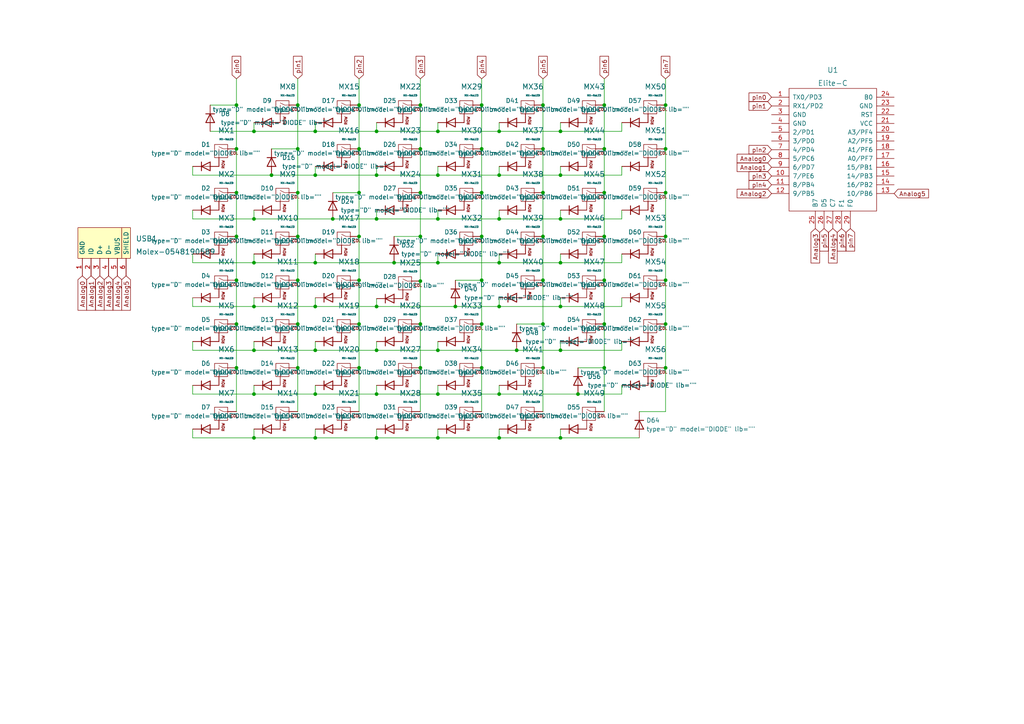
<source format=kicad_sch>
(kicad_sch (version 20211123) (generator eeschema)
  (paper "A4")
  (junction (at 68.58 43.18))
  (junction (at 91.44 127))
  (junction (at 139.7 43.18))
  (junction (at 121.92 68.58))
  (junction (at 121.92 93.98))
  (junction (at 193.04 55.88))
  (junction (at 109.22 88.9))
  (junction (at 109.22 63.5))
  (junction (at 193.04 30.48))
  (junction (at 193.04 93.98))
  (junction (at 139.7 55.88))
  (junction (at 73.66 127))
  (junction (at 157.48 43.18))
  (junction (at 139.7 106.68))
  (junction (at 162.56 127))
  (junction (at 68.58 30.48))
  (junction (at 104.14 55.88))
  (junction (at 162.56 50.8))
  (junction (at 73.66 101.6))
  (junction (at 157.48 106.68))
  (junction (at 91.44 50.8))
  (junction (at 68.58 106.68))
  (junction (at 121.92 43.18))
  (junction (at 109.22 38.1))
  (junction (at 91.44 114.3))
  (junction (at 162.56 63.5))
  (junction (at 144.78 114.3))
  (junction (at 109.22 50.8))
  (junction (at 175.26 81.28))
  (junction (at 127 63.5))
  (junction (at 86.36 93.98))
  (junction (at 139.7 30.48))
  (junction (at 175.26 68.58))
  (junction (at 109.22 101.6))
  (junction (at 121.92 81.534))
  (junction (at 68.58 55.88))
  (junction (at 68.58 81.28))
  (junction (at 127 127))
  (junction (at 127 101.6))
  (junction (at 193.04 106.68))
  (junction (at 73.66 76.2))
  (junction (at 157.48 68.58))
  (junction (at 73.66 88.9))
  (junction (at 121.92 30.48))
  (junction (at 139.7 68.58))
  (junction (at 144.78 88.9))
  (junction (at 162.56 38.1))
  (junction (at 86.36 55.88))
  (junction (at 104.14 81.28))
  (junction (at 162.56 76.2))
  (junction (at 127 114.3))
  (junction (at 157.48 81.28))
  (junction (at 162.56 101.6))
  (junction (at 86.36 81.28))
  (junction (at 157.48 30.48))
  (junction (at 78.74 50.8))
  (junction (at 157.48 55.88))
  (junction (at 91.44 101.6))
  (junction (at 193.04 43.18))
  (junction (at 104.14 93.98))
  (junction (at 127 38.1))
  (junction (at 175.26 93.98))
  (junction (at 104.14 68.58))
  (junction (at 109.22 114.3))
  (junction (at 139.7 93.98))
  (junction (at 144.78 38.1))
  (junction (at 91.44 38.1))
  (junction (at 121.92 106.68))
  (junction (at 144.78 50.8))
  (junction (at 127 76.2))
  (junction (at 91.44 88.9))
  (junction (at 175.26 55.88))
  (junction (at 96.52 63.5))
  (junction (at 73.66 38.1))
  (junction (at 167.64 114.3))
  (junction (at 127 50.8))
  (junction (at 175.26 106.68))
  (junction (at 121.92 55.88))
  (junction (at 86.36 68.58))
  (junction (at 132.08 88.9))
  (junction (at 157.48 93.98))
  (junction (at 139.7 81.28))
  (junction (at 144.78 127))
  (junction (at 73.66 114.3))
  (junction (at 162.56 88.9))
  (junction (at 104.14 30.48))
  (junction (at 91.44 76.2))
  (junction (at 104.14 106.68))
  (junction (at 114.3 76.2))
  (junction (at 86.36 30.48))
  (junction (at 144.78 63.5))
  (junction (at 193.04 81.28))
  (junction (at 109.22 127))
  (junction (at 86.36 43.18))
  (junction (at 144.78 76.2))
  (junction (at 73.66 63.5))
  (junction (at 175.26 43.18))
  (junction (at 175.26 30.48))
  (junction (at 68.58 93.98))
  (junction (at 68.58 68.58))
  (junction (at 104.14 43.18))
  (junction (at 149.86 101.6))
  (junction (at 193.04 68.58))
  (junction (at 86.36 106.68))
  (wire (pts (xy 114.3 68.58) (xy 121.92 68.58)))
  (wire (pts (xy 193.04 106.68) (xy 193.04 119.38)))
  (wire (pts (xy 193.04 55.88) (xy 193.04 68.58)))
  (wire (pts (xy 78.74 50.8) (xy 91.44 50.8)))
  (wire (pts (xy 91.44 76.2) (xy 114.3 76.2)))
  (wire (pts (xy 193.04 68.58) (xy 193.04 81.28)))
  (wire (pts (xy 139.7 43.18) (xy 139.7 55.88)))
  (wire (pts (xy 157.48 93.98) (xy 157.48 106.68)))
  (wire (pts (xy 157.48 81.28) (xy 157.48 93.98)))
  (wire (pts (xy 109.22 38.1) (xy 127 38.1)))
  (wire (pts (xy 144.78 63.5) (xy 162.56 63.5)))
  (wire (pts (xy 109.22 60.96) (xy 109.22 63.5)))
  (wire (pts (xy 144.78 50.8) (xy 162.56 50.8)))
  (wire (pts (xy 68.58 43.18) (xy 68.58 55.88)))
  (wire (pts (xy 55.88 86.36) (xy 55.88 88.9)))
  (wire (pts (xy 157.48 55.88) (xy 157.48 68.58)))
  (wire (pts (xy 180.34 99.06) (xy 180.34 101.6)))
  (wire (pts (xy 162.56 48.26) (xy 162.56 50.8)))
  (wire (pts (xy 157.48 106.68) (xy 157.48 119.38)))
  (wire (pts (xy 104.14 106.68) (xy 104.14 119.38)))
  (wire (pts (xy 55.88 101.6) (xy 73.66 101.6)))
  (wire (pts (xy 175.26 81.28) (xy 175.26 93.98)))
  (wire (pts (xy 121.92 106.68) (xy 121.92 119.38)))
  (wire (pts (xy 139.7 30.48) (xy 139.7 43.18)))
  (wire (pts (xy 162.56 88.9) (xy 180.34 88.9)))
  (wire (pts (xy 55.88 124.46) (xy 55.88 127)))
  (wire (pts (xy 180.34 86.36) (xy 180.34 88.9)))
  (wire (pts (xy 55.88 76.2) (xy 73.66 76.2)))
  (wire (pts (xy 109.22 124.46) (xy 109.22 127)))
  (wire (pts (xy 109.22 101.6) (xy 127 101.6)))
  (wire (pts (xy 91.44 127) (xy 109.22 127)))
  (wire (pts (xy 121.92 43.18) (xy 121.92 55.88)))
  (wire (pts (xy 139.7 22.86) (xy 139.7 30.48)))
  (wire (pts (xy 73.66 111.76) (xy 73.66 114.3)))
  (wire (pts (xy 144.78 48.26) (xy 144.78 50.8)))
  (wire (pts (xy 109.22 48.26) (xy 109.22 50.8)))
  (wire (pts (xy 175.26 55.88) (xy 175.26 68.58)))
  (wire (pts (xy 144.78 60.96) (xy 144.78 63.5)))
  (wire (pts (xy 104.14 30.48) (xy 104.14 43.18)))
  (wire (pts (xy 127 60.96) (xy 127 63.5)))
  (wire (pts (xy 73.66 73.66) (xy 73.66 76.2)))
  (wire (pts (xy 175.26 30.48) (xy 175.26 43.18)))
  (wire (pts (xy 127 99.06) (xy 127 101.6)))
  (wire (pts (xy 68.58 43.18) (xy 68.58 30.48)))
  (wire (pts (xy 162.56 60.96) (xy 162.56 63.5)))
  (wire (pts (xy 144.78 114.3) (xy 167.64 114.3)))
  (wire (pts (xy 114.3 76.2) (xy 127 76.2)))
  (wire (pts (xy 60.96 30.48) (xy 68.58 30.48)))
  (wire (pts (xy 175.26 68.58) (xy 175.26 81.28)))
  (wire (pts (xy 157.48 30.48) (xy 157.48 43.18)))
  (wire (pts (xy 91.44 99.06) (xy 91.44 101.6)))
  (wire (pts (xy 193.04 43.18) (xy 193.04 55.88)))
  (wire (pts (xy 91.44 48.26) (xy 91.44 50.8)))
  (wire (pts (xy 86.36 68.58) (xy 86.36 81.28)))
  (wire (pts (xy 127 111.76) (xy 127 114.3)))
  (wire (pts (xy 73.66 63.5) (xy 96.52 63.5)))
  (wire (pts (xy 162.56 127) (xy 185.42 127)))
  (wire (pts (xy 109.22 50.8) (xy 127 50.8)))
  (wire (pts (xy 162.56 35.56) (xy 162.56 38.1)))
  (wire (pts (xy 162.56 73.66) (xy 162.56 76.2)))
  (wire (pts (xy 73.66 35.56) (xy 73.66 38.1)))
  (wire (pts (xy 127 76.2) (xy 144.78 76.2)))
  (wire (pts (xy 109.22 99.06) (xy 109.22 101.6)))
  (wire (pts (xy 167.64 106.68) (xy 175.26 106.68)))
  (wire (pts (xy 91.44 86.36) (xy 91.44 88.9)))
  (wire (pts (xy 68.58 93.98) (xy 68.58 106.68)))
  (wire (pts (xy 127 73.66) (xy 127 76.2)))
  (wire (pts (xy 104.14 55.88) (xy 104.14 68.58)))
  (wire (pts (xy 139.7 81.28) (xy 139.7 93.98)))
  (wire (pts (xy 121.92 55.88) (xy 121.92 68.58)))
  (wire (pts (xy 104.14 81.28) (xy 104.14 93.98)))
  (wire (pts (xy 144.78 38.1) (xy 162.56 38.1)))
  (wire (pts (xy 180.34 111.76) (xy 180.34 114.3)))
  (wire (pts (xy 104.14 68.58) (xy 104.14 81.28)))
  (wire (pts (xy 157.48 43.18) (xy 157.48 55.88)))
  (wire (pts (xy 109.22 88.9) (xy 132.08 88.9)))
  (wire (pts (xy 96.52 55.88) (xy 104.14 55.88)))
  (wire (pts (xy 185.42 119.38) (xy 193.04 119.38)))
  (wire (pts (xy 180.34 73.66) (xy 180.34 76.2)))
  (wire (pts (xy 175.26 93.98) (xy 175.26 106.68)))
  (wire (pts (xy 73.66 88.9) (xy 91.44 88.9)))
  (wire (pts (xy 162.56 99.06) (xy 162.56 101.6)))
  (wire (pts (xy 68.58 55.88) (xy 68.58 68.58)))
  (wire (pts (xy 68.58 30.48) (xy 68.58 22.86)))
  (wire (pts (xy 68.58 81.28) (xy 68.58 93.98)))
  (wire (pts (xy 55.88 114.3) (xy 73.66 114.3)))
  (wire (pts (xy 121.92 68.58) (xy 121.92 81.534)))
  (wire (pts (xy 127 124.46) (xy 127 127)))
  (wire (pts (xy 96.52 63.5) (xy 109.22 63.5)))
  (wire (pts (xy 193.04 30.48) (xy 193.04 43.18)))
  (wire (pts (xy 162.56 101.6) (xy 180.34 101.6)))
  (wire (pts (xy 149.86 101.6) (xy 162.56 101.6)))
  (wire (pts (xy 139.7 106.68) (xy 139.7 119.38)))
  (wire (pts (xy 104.14 22.86) (xy 104.14 30.48)))
  (wire (pts (xy 144.78 35.56) (xy 144.78 38.1)))
  (wire (pts (xy 121.92 30.48) (xy 121.92 43.18)))
  (wire (pts (xy 86.36 81.28) (xy 86.36 93.98)))
  (wire (pts (xy 73.66 124.46) (xy 73.66 127)))
  (wire (pts (xy 144.78 73.66) (xy 144.78 76.2)))
  (wire (pts (xy 73.66 114.3) (xy 91.44 114.3)))
  (wire (pts (xy 55.88 88.9) (xy 73.66 88.9)))
  (wire (pts (xy 91.44 111.76) (xy 91.44 114.3)))
  (wire (pts (xy 132.08 81.28) (xy 139.7 81.28)))
  (wire (pts (xy 162.56 50.8) (xy 180.34 50.8)))
  (wire (pts (xy 91.44 114.3) (xy 109.22 114.3)))
  (wire (pts (xy 162.56 38.1) (xy 180.34 38.1)))
  (wire (pts (xy 60.96 38.1) (xy 73.66 38.1)))
  (wire (pts (xy 109.22 35.56) (xy 109.22 38.1)))
  (wire (pts (xy 109.22 127) (xy 127 127)))
  (wire (pts (xy 121.92 93.98) (xy 121.92 106.68)))
  (wire (pts (xy 175.26 43.18) (xy 175.26 55.88)))
  (wire (pts (xy 55.88 73.66) (xy 55.88 76.2)))
  (wire (pts (xy 162.56 63.5) (xy 180.34 63.5)))
  (wire (pts (xy 104.14 43.18) (xy 104.14 55.88)))
  (wire (pts (xy 55.88 111.76) (xy 55.88 114.3)))
  (wire (pts (xy 121.92 22.86) (xy 121.92 30.48)))
  (wire (pts (xy 55.88 60.96) (xy 55.88 63.5)))
  (wire (pts (xy 144.78 111.76) (xy 144.78 114.3)))
  (wire (pts (xy 132.08 88.9) (xy 144.78 88.9)))
  (wire (pts (xy 55.88 127) (xy 73.66 127)))
  (wire (pts (xy 68.58 68.58) (xy 68.58 81.28)))
  (wire (pts (xy 86.36 43.18) (xy 86.36 55.88)))
  (wire (pts (xy 127 38.1) (xy 144.78 38.1)))
  (wire (pts (xy 127 101.6) (xy 149.86 101.6)))
  (wire (pts (xy 104.14 93.98) (xy 104.14 106.68)))
  (wire (pts (xy 127 48.26) (xy 127 50.8)))
  (wire (pts (xy 144.78 127) (xy 162.56 127)))
  (wire (pts (xy 121.92 81.534) (xy 121.92 93.98)))
  (wire (pts (xy 73.66 99.06) (xy 73.66 101.6)))
  (wire (pts (xy 91.44 88.9) (xy 109.22 88.9)))
  (wire (pts (xy 73.66 86.36) (xy 73.66 88.9)))
  (wire (pts (xy 68.58 106.68) (xy 68.58 119.38)))
  (wire (pts (xy 144.78 124.46) (xy 144.78 127)))
  (wire (pts (xy 127 127) (xy 144.78 127)))
  (wire (pts (xy 175.26 106.68) (xy 175.26 119.38)))
  (wire (pts (xy 157.48 68.58) (xy 157.48 81.28)))
  (wire (pts (xy 91.44 50.8) (xy 109.22 50.8)))
  (wire (pts (xy 157.48 22.86) (xy 157.48 30.48)))
  (wire (pts (xy 55.88 48.26) (xy 55.88 50.8)))
  (wire (pts (xy 127 50.8) (xy 144.78 50.8)))
  (wire (pts (xy 73.66 127) (xy 91.44 127)))
  (wire (pts (xy 91.44 124.46) (xy 91.44 127)))
  (wire (pts (xy 91.44 35.56) (xy 91.44 38.1)))
  (wire (pts (xy 55.88 50.8) (xy 78.74 50.8)))
  (wire (pts (xy 162.56 86.36) (xy 162.56 88.9)))
  (wire (pts (xy 127 35.56) (xy 127 38.1)))
  (wire (pts (xy 139.7 93.98) (xy 139.7 106.68)))
  (wire (pts (xy 144.78 88.9) (xy 162.56 88.9)))
  (wire (pts (xy 180.34 35.56) (xy 180.34 38.1)))
  (wire (pts (xy 162.56 124.46) (xy 162.56 127)))
  (wire (pts (xy 86.36 22.86) (xy 86.36 30.48)))
  (wire (pts (xy 193.04 22.86) (xy 193.04 30.48)))
  (wire (pts (xy 175.26 22.86) (xy 175.26 30.48)))
  (wire (pts (xy 91.44 38.1) (xy 109.22 38.1)))
  (wire (pts (xy 86.36 30.48) (xy 86.36 43.18)))
  (wire (pts (xy 91.44 73.66) (xy 91.44 76.2)))
  (wire (pts (xy 73.66 38.1) (xy 91.44 38.1)))
  (wire (pts (xy 144.78 86.36) (xy 144.78 88.9)))
  (wire (pts (xy 73.66 60.96) (xy 73.66 63.5)))
  (wire (pts (xy 193.04 81.28) (xy 193.04 93.98)))
  (wire (pts (xy 91.44 101.6) (xy 109.22 101.6)))
  (wire (pts (xy 139.7 55.88) (xy 139.7 68.58)))
  (wire (pts (xy 86.36 93.98) (xy 86.36 106.68)))
  (wire (pts (xy 55.88 99.06) (xy 55.88 101.6)))
  (wire (pts (xy 73.66 101.6) (xy 91.44 101.6)))
  (wire (pts (xy 149.86 93.98) (xy 157.48 93.98)))
  (wire (pts (xy 144.78 76.2) (xy 162.56 76.2)))
  (wire (pts (xy 139.7 68.58) (xy 139.7 81.28)))
  (wire (pts (xy 162.56 76.2) (xy 180.34 76.2)))
  (wire (pts (xy 180.34 60.96) (xy 180.34 63.5)))
  (wire (pts (xy 167.64 114.3) (xy 180.34 114.3)))
  (wire (pts (xy 180.34 48.26) (xy 180.34 50.8)))
  (wire (pts (xy 127 114.3) (xy 144.78 114.3)))
  (wire (pts (xy 86.36 55.88) (xy 86.36 68.58)))
  (wire (pts (xy 109.22 111.76) (xy 109.22 114.3)))
  (wire (pts (xy 109.22 86.614) (xy 109.22 88.9)))
  (wire (pts (xy 78.74 43.18) (xy 86.36 43.18)))
  (wire (pts (xy 86.36 106.68) (xy 86.36 119.38)))
  (wire (pts (xy 109.22 63.5) (xy 127 63.5)))
  (wire (pts (xy 109.22 114.3) (xy 127 114.3)))
  (wire (pts (xy 55.88 63.5) (xy 73.66 63.5)))
  (wire (pts (xy 193.04 93.98) (xy 193.04 106.68)))
  (wire (pts (xy 73.66 76.2) (xy 91.44 76.2)))
  (wire (pts (xy 127 63.5) (xy 144.78 63.5)))
  (global_label "Analog2" (shape input) (at 28.956 80.01 270) (property "Intersheet References" "${INTERSHEET_REFS}" (effects hide)))
  (global_label "Analog4" (shape input) (at 34.036 80.01 270) (property "Intersheet References" "${INTERSHEET_REFS}" (effects hide)))
  (global_label "Analog1" (shape input) (at 26.416 80.01 270) (property "Intersheet References" "${INTERSHEET_REFS}" (effects hide)))
  (global_label "pin1" (shape input) (at 223.774 30.734 180) (property "Intersheet References" "${INTERSHEET_REFS}" (effects hide)))
  (global_label "Analog4" (shape input) (at 241.554 66.294 270) (property "Intersheet References" "${INTERSHEET_REFS}" (effects hide)))
  (global_label "pin2" (shape input) (at 104.14 22.86 90) (property "Intersheet References" "${INTERSHEET_REFS}" (effects hide)))
  (global_label "Analog1" (shape input) (at 223.774 48.514 180) (property "Intersheet References" "${INTERSHEET_REFS}" (effects hide)))
  (global_label "pin0" (shape input) (at 68.58 22.86 90) (property "Intersheet References" "${INTERSHEET_REFS}" (effects hide)))
  (global_label "pin3" (shape input) (at 223.774 51.054 180) (property "Intersheet References" "${INTERSHEET_REFS}" (effects hide)))
  (global_label "Analog0" (shape input) (at 23.876 80.01 270) (property "Intersheet References" "${INTERSHEET_REFS}" (effects hide)))
  (global_label "Analog2" (shape input) (at 223.774 56.134 180) (property "Intersheet References" "${INTERSHEET_REFS}" (effects hide)))
  (global_label "Analog3" (shape input) (at 31.496 80.01 270) (property "Intersheet References" "${INTERSHEET_REFS}" (effects hide)))
  (global_label "pin5" (shape input) (at 239.014 66.294 270) (property "Intersheet References" "${INTERSHEET_REFS}" (effects hide)))
  (global_label "Analog3" (shape input) (at 236.474 66.294 270) (property "Intersheet References" "${INTERSHEET_REFS}" (effects hide)))
  (global_label "Analog0" (shape input) (at 223.774 45.974 180) (property "Intersheet References" "${INTERSHEET_REFS}" (effects hide)))
  (global_label "pin3" (shape input) (at 121.92 22.86 90) (property "Intersheet References" "${INTERSHEET_REFS}" (effects hide)))
  (global_label "pin1" (shape input) (at 86.36 22.86 90) (property "Intersheet References" "${INTERSHEET_REFS}" (effects hide)))
  (global_label "pin2" (shape input) (at 223.774 43.434 180) (property "Intersheet References" "${INTERSHEET_REFS}" (effects hide)))
  (global_label "pin7" (shape input) (at 246.634 66.294 270) (property "Intersheet References" "${INTERSHEET_REFS}" (effects hide)))
  (global_label "pin7" (shape input) (at 193.04 22.86 90) (property "Intersheet References" "${INTERSHEET_REFS}" (effects hide)))
  (global_label "pin6" (shape input) (at 175.26 22.86 90) (property "Intersheet References" "${INTERSHEET_REFS}" (effects hide)))
  (global_label "pin4" (shape input) (at 139.7 22.86 90) (property "Intersheet References" "${INTERSHEET_REFS}" (effects hide)))
  (global_label "Analog5" (shape input) (at 36.576 80.01 270) (property "Intersheet References" "${INTERSHEET_REFS}" (effects hide)))
  (global_label "pin4" (shape input) (at 223.774 53.594 180) (property "Intersheet References" "${INTERSHEET_REFS}" (effects hide)))
  (global_label "pin5" (shape input) (at 157.48 22.86 90) (property "Intersheet References" "${INTERSHEET_REFS}" (effects hide)))
  (global_label "pin6" (shape input) (at 244.094 66.294 270) (property "Intersheet References" "${INTERSHEET_REFS}" (effects hide)))
  (global_label "pin0" (shape input) (at 223.774 28.194 180) (property "Intersheet References" "${INTERSHEET_REFS}" (effects hide)))
  (global_label "Analog5" (shape input) (at 259.334 56.134 0) (property "Intersheet References" "${INTERSHEET_REFS}" (effects hide)))
  (symbol (lib_id "MX_Alps_Hybrid:MX-NoLED") (at 135.89 57.15 0) (unit 1)
    (property "Reference" "MX31" (at 136.7756 50.546 0) (effects (font (size 1.524 1.524))))
    (property "Value" "MX-NoLED" (at 136.7756 53.086 0) (effects (font (size 0.508 0.508))))
    (property "Footprint" "Keebio-Parts:Triple-Dual-1u-NoLED" (effects hide))
  )
  (symbol (lib_id "MX_Alps_Hybrid:MX-NoLED") (at 64.77 95.25 0) (unit 1)
    (property "Reference" "MX5" (at 65.6556 88.646 0) (effects (font (size 1.524 1.524))))
    (property "Value" "MX-NoLED" (at 65.6556 91.186 0) (effects (font (size 0.508 0.508))))
    (property "Footprint" "Keebio-Parts:Triple-Dual-1u-NoLED" (effects hide))
  )
  (symbol (lib_id "Simulation_SPICE:DIODE") (at 148.59 48.26 180) (unit 1)
    (property "Reference" "D42" (at 148.59 41.91 0))
    (property "Value" "DIODE" (at 148.59 44.45 0))
    (property "Footprint" "Keebio-Parts:Diode-Hybrid-Back" (effects hide))
    (property "Spice_Netlist_Enabled" "Y" (effects hide))
    (property "Spice_Primitive" "D" (effects hide))
  )
  (symbol (lib_id "Simulation_SPICE:DIODE") (at 95.25 99.06 180) (unit 1)
    (property "Reference" "D21" (at 95.25 92.71 0))
    (property "Value" "DIODE" (at 95.25 95.25 0))
    (property "Footprint" "Keebio-Parts:Diode-Hybrid-Back" (effects hide))
    (property "Spice_Netlist_Enabled" "Y" (effects hide))
    (property "Spice_Primitive" "D" (effects hide))
  )
  (symbol (lib_id "MX_Alps_Hybrid:MX-NoLED") (at 64.77 57.15 0) (unit 1)
    (property "Reference" "MX2" (at 65.6556 50.546 0) (effects (font (size 1.524 1.524))))
    (property "Value" "MX-NoLED" (at 65.6556 53.086 0) (effects (font (size 0.508 0.508))))
    (property "Footprint" "Keebio-Parts:Triple-Dual-1u-NoLED" (effects hide))
  )
  (symbol (lib_id "Simulation_SPICE:DIODE") (at 130.81 124.46 180) (unit 1)
    (property "Reference" "D39" (at 130.81 118.11 0))
    (property "Value" "DIODE" (at 130.81 120.65 0))
    (property "Footprint" "Keebio-Parts:Diode-Hybrid-Back" (effects hide))
    (property "Spice_Netlist_Enabled" "Y" (effects hide))
    (property "Spice_Primitive" "D" (effects hide))
  )
  (symbol (lib_id "Simulation_SPICE:DIODE") (at 96.52 59.69 90) (unit 1)
    (property "Reference" "D24" (at 98.806 58.4199 90) (effects (justify right)))
    (property "Value" "DIODE" (at 98.806 60.9599 90) (effects (justify right)))
    (property "Footprint" "Keebio-Parts:Diode-Hybrid-Back" (effects hide))
    (property "Spice_Netlist_Enabled" "Y" (effects hide))
    (property "Spice_Primitive" "D" (effects hide))
  )
  (symbol (lib_id "Simulation_SPICE:DIODE") (at 77.47 111.76 180) (unit 1)
    (property "Reference" "D14" (at 77.47 105.41 0))
    (property "Value" "DIODE" (at 77.47 107.95 0))
    (property "Footprint" "Keebio-Parts:Diode-Hybrid-Back" (effects hide))
    (property "Spice_Netlist_Enabled" "Y" (effects hide))
    (property "Spice_Primitive" "D" (effects hide))
  )
  (symbol (lib_id "Simulation_SPICE:DIODE") (at 130.81 48.26 180) (unit 1)
    (property "Reference" "D34" (at 130.81 41.91 0))
    (property "Value" "DIODE" (at 130.81 44.45 0))
    (property "Footprint" "Keebio-Parts:Diode-Hybrid-Back" (effects hide))
    (property "Spice_Netlist_Enabled" "Y" (effects hide))
    (property "Spice_Primitive" "D" (effects hide))
  )
  (symbol (lib_id "Simulation_SPICE:DIODE") (at 130.81 60.96 180) (unit 1)
    (property "Reference" "D35" (at 130.81 54.61 0))
    (property "Value" "DIODE" (at 130.81 57.15 0))
    (property "Footprint" "Keebio-Parts:Diode-Hybrid-Back" (effects hide))
    (property "Spice_Netlist_Enabled" "Y" (effects hide))
    (property "Spice_Primitive" "D" (effects hide))
  )
  (symbol (lib_id "Simulation_SPICE:DIODE") (at 77.47 99.06 180) (unit 1)
    (property "Reference" "D13" (at 77.47 92.71 0))
    (property "Value" "DIODE" (at 77.47 95.25 0))
    (property "Footprint" "Keebio-Parts:Diode-Hybrid-Back" (effects hide))
    (property "Spice_Netlist_Enabled" "Y" (effects hide))
    (property "Spice_Primitive" "D" (effects hide))
  )
  (symbol (lib_id "Simulation_SPICE:DIODE") (at 166.37 124.46 180) (unit 1)
    (property "Reference" "D55" (at 166.37 118.11 0))
    (property "Value" "DIODE" (at 166.37 120.65 0))
    (property "Footprint" "Keebio-Parts:Diode-Hybrid-Back" (effects hide))
    (property "Spice_Netlist_Enabled" "Y" (effects hide))
    (property "Spice_Primitive" "D" (effects hide))
  )
  (symbol (lib_id "MX_Alps_Hybrid:MX-NoLED") (at 135.89 107.95 0) (unit 1)
    (property "Reference" "MX34" (at 136.7756 101.346 0) (effects (font (size 1.524 1.524))))
    (property "Value" "MX-NoLED" (at 136.7756 103.886 0) (effects (font (size 0.508 0.508))))
    (property "Footprint" "Keebio-Parts:Triple-Dual-1u-NoLED" (effects hide))
  )
  (symbol (lib_id "Simulation_SPICE:DIODE") (at 113.03 60.96 180) (unit 1)
    (property "Reference" "D27" (at 113.03 54.61 0))
    (property "Value" "DIODE" (at 113.03 57.15 0))
    (property "Footprint" "Keebio-Parts:Diode-Hybrid-Back" (effects hide))
    (property "Spice_Netlist_Enabled" "Y" (effects hide))
    (property "Spice_Primitive" "D" (effects hide))
  )
  (symbol (lib_id "MX_Alps_Hybrid:MX-NoLED") (at 100.33 69.85 0) (unit 1)
    (property "Reference" "MX17" (at 101.2156 63.246 0) (effects (font (size 1.524 1.524))))
    (property "Value" "MX-NoLED" (at 101.2156 65.786 0) (effects (font (size 0.508 0.508))))
    (property "Footprint" "Keebio-Parts:Triple-Dual-1u-NoLED" (effects hide))
  )
  (symbol (lib_id "MX_Alps_Hybrid:MX-NoLED") (at 135.89 120.65 0) (unit 1)
    (property "Reference" "MX35" (at 136.7756 114.046 0) (effects (font (size 1.524 1.524))))
    (property "Value" "MX-NoLED" (at 136.7756 116.586 0) (effects (font (size 0.508 0.508))))
    (property "Footprint" "Keebio-Parts:Triple-Dual-1u-NoLED" (effects hide))
  )
  (symbol (lib_id "Simulation_SPICE:DIODE") (at 113.03 48.26 180) (unit 1)
    (property "Reference" "D26" (at 113.03 41.91 0))
    (property "Value" "DIODE" (at 113.03 44.45 0))
    (property "Footprint" "Keebio-Parts:Diode-Hybrid-Back" (effects hide))
    (property "Spice_Netlist_Enabled" "Y" (effects hide))
    (property "Spice_Primitive" "D" (effects hide))
  )
  (symbol (lib_id "MX_Alps_Hybrid:MX-NoLED") (at 135.89 31.75 0) (unit 1)
    (property "Reference" "MX29" (at 136.7756 25.146 0) (effects (font (size 1.524 1.524))))
    (property "Value" "MX-NoLED" (at 136.7756 27.686 0) (effects (font (size 0.508 0.508))))
    (property "Footprint" "Keebio-Parts:Triple-Dual-1u-NoLED" (effects hide))
  )
  (symbol (lib_id "Simulation_SPICE:DIODE") (at 113.03 124.46 180) (unit 1)
    (property "Reference" "D31" (at 113.03 118.11 0))
    (property "Value" "DIODE" (at 113.03 120.65 0))
    (property "Footprint" "Keebio-Parts:Diode-Hybrid-Back" (effects hide))
    (property "Spice_Netlist_Enabled" "Y" (effects hide))
    (property "Spice_Primitive" "D" (effects hide))
  )
  (symbol (lib_id "MX_Alps_Hybrid:MX-NoLED") (at 118.11 82.804 0) (unit 1)
    (property "Reference" "MX25" (at 118.9956 76.2 0) (effects (font (size 1.524 1.524))))
    (property "Value" "MX-NoLED" (at 118.9956 78.74 0) (effects (font (size 0.508 0.508))))
    (property "Footprint" "Keebio-Parts:Triple-Dual-1u-NoLED" (effects hide))
  )
  (symbol (lib_id "MX_Alps_Hybrid:MX-NoLED") (at 118.11 107.95 0) (unit 1)
    (property "Reference" "MX27" (at 118.9956 101.346 0) (effects (font (size 1.524 1.524))))
    (property "Value" "MX-NoLED" (at 118.9956 103.886 0) (effects (font (size 0.508 0.508))))
    (property "Footprint" "Keebio-Parts:Triple-Dual-1u-NoLED" (effects hide))
  )
  (symbol (lib_id "MX_Alps_Hybrid:MX-NoLED") (at 64.77 44.45 0) (unit 1)
    (property "Reference" "MX1" (at 65.6556 37.846 0) (effects (font (size 1.524 1.524))))
    (property "Value" "MX-NoLED" (at 65.6556 40.386 0) (effects (font (size 0.508 0.508))))
    (property "Footprint" "Keebio-Parts:Triple-Dual-1u-NoLED" (effects hide))
  )
  (symbol (lib_id "Simulation_SPICE:DIODE") (at 77.47 60.96 180) (unit 1)
    (property "Reference" "D10" (at 77.47 54.61 0))
    (property "Value" "DIODE" (at 77.47 57.15 0))
    (property "Footprint" "Keebio-Parts:Diode-Hybrid-Back" (effects hide))
    (property "Spice_Netlist_Enabled" "Y" (effects hide))
    (property "Spice_Primitive" "D" (effects hide))
  )
  (symbol (lib_id "MX_Alps_Hybrid:MX-NoLED") (at 153.67 120.65 0) (unit 1)
    (property "Reference" "MX42" (at 154.5556 114.046 0) (effects (font (size 1.524 1.524))))
    (property "Value" "MX-NoLED" (at 154.5556 116.586 0) (effects (font (size 0.508 0.508))))
    (property "Footprint" "Keebio-Parts:Triple-Dual-1u-NoLED" (effects hide))
  )
  (symbol (lib_id "Simulation_SPICE:DIODE") (at 149.86 97.79 90) (unit 1)
    (property "Reference" "D48" (at 152.4 96.5199 90) (effects (justify right)))
    (property "Value" "DIODE" (at 152.4 99.0599 90) (effects (justify right)))
    (property "Footprint" "Keebio-Parts:Diode-Hybrid-Back" (effects hide))
    (property "Spice_Netlist_Enabled" "Y" (effects hide))
    (property "Spice_Primitive" "D" (effects hide))
  )
  (symbol (lib_id "MX_Alps_Hybrid:MX-NoLED") (at 64.77 82.55 0) (unit 1)
    (property "Reference" "MX4" (at 65.6556 75.946 0) (effects (font (size 1.524 1.524))))
    (property "Value" "MX-NoLED" (at 65.6556 78.486 0) (effects (font (size 0.508 0.508))))
    (property "Footprint" "Keebio-Parts:Triple-Dual-1u-NoLED" (effects hide))
  )
  (symbol (lib_id "Simulation_SPICE:DIODE") (at 166.37 86.36 180) (unit 1)
    (property "Reference" "D53" (at 166.37 80.01 0))
    (property "Value" "DIODE" (at 166.37 82.55 0))
    (property "Footprint" "Keebio-Parts:Diode-Hybrid-Back" (effects hide))
    (property "Spice_Netlist_Enabled" "Y" (effects hide))
    (property "Spice_Primitive" "D" (effects hide))
  )
  (symbol (lib_id "Simulation_SPICE:DIODE") (at 167.64 110.49 90) (unit 1)
    (property "Reference" "D56" (at 170.434 109.2199 90) (effects (justify right)))
    (property "Value" "DIODE" (at 170.434 111.7599 90) (effects (justify right)))
    (property "Footprint" "Keebio-Parts:Diode-Hybrid-Back" (effects hide))
    (property "Spice_Netlist_Enabled" "Y" (effects hide))
    (property "Spice_Primitive" "D" (effects hide))
  )
  (symbol (lib_id "MX_Alps_Hybrid:MX-NoLED") (at 118.11 120.65 0) (unit 1)
    (property "Reference" "MX28" (at 118.9956 114.046 0) (effects (font (size 1.524 1.524))))
    (property "Value" "MX-NoLED" (at 118.9956 116.586 0) (effects (font (size 0.508 0.508))))
    (property "Footprint" "Keebio-Parts:Triple-Dual-1u-NoLED" (effects hide))
  )
  (symbol (lib_id "Simulation_SPICE:DIODE") (at 59.69 111.76 180) (unit 1)
    (property "Reference" "D6" (at 59.69 105.41 0))
    (property "Value" "DIODE" (at 59.69 107.95 0))
    (property "Footprint" "Keebio-Parts:Diode-Hybrid-Back" (effects hide))
    (property "Spice_Netlist_Enabled" "Y" (effects hide))
    (property "Spice_Primitive" "D" (effects hide))
  )
  (symbol (lib_id "MX_Alps_Hybrid:MX-NoLED") (at 82.55 120.65 0) (unit 1)
    (property "Reference" "MX14" (at 83.4356 114.046 0) (effects (font (size 1.524 1.524))))
    (property "Value" "MX-NoLED" (at 83.4356 116.586 0) (effects (font (size 0.508 0.508))))
    (property "Footprint" "Keebio-Parts:Triple-Dual-1u-NoLED" (effects hide))
  )
  (symbol (lib_id "MX_Alps_Hybrid:MX-NoLED") (at 64.77 69.85 0) (unit 1)
    (property "Reference" "MX3" (at 65.6556 63.246 0) (effects (font (size 1.524 1.524))))
    (property "Value" "MX-NoLED" (at 65.6556 65.786 0) (effects (font (size 0.508 0.508))))
    (property "Footprint" "Keebio-Parts:Triple-Dual-1u-NoLED" (effects hide))
  )
  (symbol (lib_id "Simulation_SPICE:DIODE") (at 77.47 73.66 180) (unit 1)
    (property "Reference" "D11" (at 77.47 67.31 0))
    (property "Value" "DIODE" (at 77.47 69.85 0))
    (property "Footprint" "Keebio-Parts:Diode-Hybrid-Back" (effects hide))
    (property "Spice_Netlist_Enabled" "Y" (effects hide))
    (property "Spice_Primitive" "D" (effects hide))
  )
  (symbol (lib_id "MX_Alps_Hybrid:MX-NoLED") (at 171.45 57.15 0) (unit 1)
    (property "Reference" "MX45" (at 172.3356 50.546 0) (effects (font (size 1.524 1.524))))
    (property "Value" "MX-NoLED" (at 172.3356 53.086 0) (effects (font (size 0.508 0.508))))
    (property "Footprint" "Keebio-Parts:Triple-Dual-1u-NoLED" (effects hide))
  )
  (symbol (lib_id "MX_Alps_Hybrid:MX-NoLED") (at 100.33 31.75 0) (unit 1)
    (property "Reference" "MX15" (at 101.2156 25.146 0) (effects (font (size 1.524 1.524))))
    (property "Value" "MX-NoLED" (at 101.2156 27.686 0) (effects (font (size 0.508 0.508))))
    (property "Footprint" "Keebio-Parts:Triple-Dual-1u-NoLED" (effects hide))
  )
  (symbol (lib_id "MX_Alps_Hybrid:MX-NoLED") (at 171.45 82.55 0) (unit 1)
    (property "Reference" "MX47" (at 172.3356 75.946 0) (effects (font (size 1.524 1.524))))
    (property "Value" "MX-NoLED" (at 172.3356 78.486 0) (effects (font (size 0.508 0.508))))
    (property "Footprint" "Keebio-Parts:Triple-Dual-1u-NoLED" (effects hide))
  )
  (symbol (lib_id "MX_Alps_Hybrid:MX-NoLED") (at 82.55 31.75 0) (unit 1)
    (property "Reference" "MX8" (at 83.4356 25.146 0) (effects (font (size 1.524 1.524))))
    (property "Value" "MX-NoLED" (at 83.4356 27.686 0) (effects (font (size 0.508 0.508))))
    (property "Footprint" "Keebio-Parts:Triple-Dual-1u-NoLED" (effects hide))
  )
  (symbol (lib_id "MX_Alps_Hybrid:MX-NoLED") (at 189.23 107.95 0) (unit 1)
    (property "Reference" "MX56" (at 190.1156 101.346 0) (effects (font (size 1.524 1.524))))
    (property "Value" "MX-NoLED" (at 190.1156 103.886 0) (effects (font (size 0.508 0.508))))
    (property "Footprint" "Keebio-Parts:Triple-Dual-1u-NoLED" (effects hide))
  )
  (symbol (lib_id "Simulation_SPICE:DIODE") (at 77.47 124.46 180) (unit 1)
    (property "Reference" "D15" (at 77.47 118.11 0))
    (property "Value" "DIODE" (at 77.47 120.65 0))
    (property "Footprint" "Keebio-Parts:Diode-Hybrid-Back" (effects hide))
    (property "Spice_Netlist_Enabled" "Y" (effects hide))
    (property "Spice_Primitive" "D" (effects hide))
  )
  (symbol (lib_id "Simulation_SPICE:DIODE") (at 78.74 46.99 90) (unit 1)
    (property "Reference" "D16" (at 81.788 45.7199 90) (effects (justify right)))
    (property "Value" "DIODE" (at 81.788 48.2599 90) (effects (justify right)))
    (property "Footprint" "Keebio-Parts:Diode-Hybrid-Back" (effects hide))
    (property "Spice_Netlist_Enabled" "Y" (effects hide))
    (property "Spice_Primitive" "D" (effects hide))
  )
  (symbol (lib_id "MX_Alps_Hybrid:MX-NoLED") (at 189.23 44.45 0) (unit 1)
    (property "Reference" "MX51" (at 190.1156 37.846 0) (effects (font (size 1.524 1.524))))
    (property "Value" "MX-NoLED" (at 190.1156 40.386 0) (effects (font (size 0.508 0.508))))
    (property "Footprint" "Keebio-Parts:Triple-Dual-1u-NoLED" (effects hide))
  )
  (symbol (lib_id "MX_Alps_Hybrid:MX-NoLED") (at 189.23 82.55 0) (unit 1)
    (property "Reference" "MX54" (at 190.1156 75.946 0) (effects (font (size 1.524 1.524))))
    (property "Value" "MX-NoLED" (at 190.1156 78.486 0) (effects (font (size 0.508 0.508))))
    (property "Footprint" "Keebio-Parts:Triple-Dual-1u-NoLED" (effects hide))
  )
  (symbol (lib_id "Simulation_SPICE:DIODE") (at 59.69 124.46 180) (unit 1)
    (property "Reference" "D7" (at 59.69 118.11 0))
    (property "Value" "DIODE" (at 59.69 120.65 0))
    (property "Footprint" "Keebio-Parts:Diode-Hybrid-Back" (effects hide))
    (property "Spice_Netlist_Enabled" "Y" (effects hide))
    (property "Spice_Primitive" "D" (effects hide))
  )
  (symbol (lib_id "MX_Alps_Hybrid:MX-NoLED") (at 153.67 31.75 0) (unit 1)
    (property "Reference" "MX36" (at 154.5556 25.146 0) (effects (font (size 1.524 1.524))))
    (property "Value" "MX-NoLED" (at 154.5556 27.686 0) (effects (font (size 0.508 0.508))))
    (property "Footprint" "Keebio-Parts:Triple-Dual-1u-NoLED" (effects hide))
  )
  (symbol (lib_id "Simulation_SPICE:DIODE") (at 77.47 86.36 180) (unit 1)
    (property "Reference" "D12" (at 77.47 80.01 0))
    (property "Value" "DIODE" (at 77.47 82.55 0))
    (property "Footprint" "Keebio-Parts:Diode-Hybrid-Back" (effects hide))
    (property "Spice_Netlist_Enabled" "Y" (effects hide))
    (property "Spice_Primitive" "D" (effects hide))
  )
  (symbol (lib_id "keebio:Elite-C") (at 241.554 42.164 0) (unit 1)
    (property "Reference" "U1" (at 241.554 20.32 0) (effects (font (size 1.524 1.524))))
    (property "Value" "Elite-C" (at 241.554 24.13 0) (effects (font (size 1.524 1.524))))
    (property "Footprint" "Keebio-Parts:Elite-C" (effects hide))
  )
  (symbol (lib_id "Simulation_SPICE:DIODE") (at 184.15 35.56 180) (unit 1)
    (property "Reference" "D57" (at 184.15 29.21 0))
    (property "Value" "DIODE" (at 184.15 31.75 0))
    (property "Footprint" "Keebio-Parts:Diode-Hybrid-Back" (effects hide))
    (property "Spice_Netlist_Enabled" "Y" (effects hide))
    (property "Spice_Primitive" "D" (effects hide))
  )
  (symbol (lib_id "Simulation_SPICE:DIODE") (at 95.25 124.46 180) (unit 1)
    (property "Reference" "D23" (at 95.25 118.11 0))
    (property "Value" "DIODE" (at 95.25 120.65 0))
    (property "Footprint" "Keebio-Parts:Diode-Hybrid-Back" (effects hide))
    (property "Spice_Netlist_Enabled" "Y" (effects hide))
    (property "Spice_Primitive" "D" (effects hide))
  )
  (symbol (lib_id "random-keyboard-parts:Molex-0548190589") (at 28.956 72.39 0) (unit 1)
    (property "Reference" "USB1" (at 39.37 69.215 0) (effects (font (size 1.524 1.524)) (justify left)))
    (property "Value" "Molex-0548190589" (at 39.37 73.025 0) (effects (font (size 1.524 1.524)) (justify left)))
    (property "Footprint" "Keebio-Parts:Header-6-Pin-ZigZag-AnalogBreakout" (effects hide))
  )
  (symbol (lib_id "Simulation_SPICE:DIODE") (at 130.81 99.06 180) (unit 1)
    (property "Reference" "D37" (at 130.81 92.71 0))
    (property "Value" "DIODE" (at 130.81 95.25 0))
    (property "Footprint" "Keebio-Parts:Diode-Hybrid-Back" (effects hide))
    (property "Spice_Netlist_Enabled" "Y" (effects hide))
    (property "Spice_Primitive" "D" (effects hide))
  )
  (symbol (lib_id "Simulation_SPICE:DIODE") (at 60.96 34.29 90) (unit 1)
    (property "Reference" "D8" (at 64.008 33.0199 90) (effects (justify right)))
    (property "Value" "DIODE" (at 64.008 35.5599 90) (effects (justify right)))
    (property "Footprint" "Keebio-Parts:Diode-Hybrid-Back" (effects hide))
    (property "Spice_Netlist_Enabled" "Y" (effects hide))
    (property "Spice_Primitive" "D" (effects hide))
  )
  (symbol (lib_id "MX_Alps_Hybrid:MX-NoLED") (at 64.77 120.65 0) (unit 1)
    (property "Reference" "MX7" (at 65.6556 114.046 0) (effects (font (size 1.524 1.524))))
    (property "Value" "MX-NoLED" (at 65.6556 116.586 0) (effects (font (size 0.508 0.508))))
    (property "Footprint" "Keebio-Parts:Triple-Dual-1u-NoLED" (effects hide))
  )
  (symbol (lib_id "MX_Alps_Hybrid:MX-NoLED") (at 100.33 82.55 0) (unit 1)
    (property "Reference" "MX18" (at 101.2156 75.946 0) (effects (font (size 1.524 1.524))))
    (property "Value" "MX-NoLED" (at 101.2156 78.486 0) (effects (font (size 0.508 0.508))))
    (property "Footprint" "Keebio-Parts:Triple-Dual-1u-NoLED" (effects hide))
  )
  (symbol (lib_id "MX_Alps_Hybrid:MX-NoLED") (at 189.23 95.25 0) (unit 1)
    (property "Reference" "MX55" (at 190.1156 88.646 0) (effects (font (size 1.524 1.524))))
    (property "Value" "MX-NoLED" (at 190.1156 91.186 0) (effects (font (size 0.508 0.508))))
    (property "Footprint" "Keebio-Parts:Triple-Dual-1u-NoLED" (effects hide))
  )
  (symbol (lib_id "MX_Alps_Hybrid:MX-NoLED") (at 189.23 57.15 0) (unit 1)
    (property "Reference" "MX52" (at 190.1156 50.546 0) (effects (font (size 1.524 1.524))))
    (property "Value" "MX-NoLED" (at 190.1156 53.086 0) (effects (font (size 0.508 0.508))))
    (property "Footprint" "Keebio-Parts:Triple-Dual-1u-NoLED" (effects hide))
  )
  (symbol (lib_id "MX_Alps_Hybrid:MX-NoLED") (at 82.55 57.15 0) (unit 1)
    (property "Reference" "MX9" (at 83.4356 50.546 0) (effects (font (size 1.524 1.524))))
    (property "Value" "MX-NoLED" (at 83.4356 53.086 0) (effects (font (size 0.508 0.508))))
    (property "Footprint" "Keebio-Parts:Triple-Dual-1u-NoLED" (effects hide))
  )
  (symbol (lib_id "MX_Alps_Hybrid:MX-NoLED") (at 153.67 57.15 0) (unit 1)
    (property "Reference" "MX38" (at 154.5556 50.546 0) (effects (font (size 1.524 1.524))))
    (property "Value" "MX-NoLED" (at 154.5556 53.086 0) (effects (font (size 0.508 0.508))))
    (property "Footprint" "Keebio-Parts:Triple-Dual-1u-NoLED" (effects hide))
  )
  (symbol (lib_id "MX_Alps_Hybrid:MX-NoLED") (at 171.45 69.85 0) (unit 1)
    (property "Reference" "MX46" (at 172.3356 63.246 0) (effects (font (size 1.524 1.524))))
    (property "Value" "MX-NoLED" (at 172.3356 65.786 0) (effects (font (size 0.508 0.508))))
    (property "Footprint" "Keebio-Parts:Triple-Dual-1u-NoLED" (effects hide))
  )
  (symbol (lib_id "Simulation_SPICE:DIODE") (at 184.15 86.36 180) (unit 1)
    (property "Reference" "D61" (at 184.15 80.01 0))
    (property "Value" "DIODE" (at 184.15 82.55 0))
    (property "Footprint" "Keebio-Parts:Diode-Hybrid-Back" (effects hide))
    (property "Spice_Netlist_Enabled" "Y" (effects hide))
    (property "Spice_Primitive" "D" (effects hide))
  )
  (symbol (lib_id "MX_Alps_Hybrid:MX-NoLED") (at 135.89 95.25 0) (unit 1)
    (property "Reference" "MX33" (at 136.7756 88.646 0) (effects (font (size 1.524 1.524))))
    (property "Value" "MX-NoLED" (at 136.7756 91.186 0) (effects (font (size 0.508 0.508))))
    (property "Footprint" "Keebio-Parts:Triple-Dual-1u-NoLED" (effects hide))
  )
  (symbol (lib_id "MX_Alps_Hybrid:MX-NoLED") (at 153.67 107.95 0) (unit 1)
    (property "Reference" "MX41" (at 154.5556 101.346 0) (effects (font (size 1.524 1.524))))
    (property "Value" "MX-NoLED" (at 154.5556 103.886 0) (effects (font (size 0.508 0.508))))
    (property "Footprint" "Keebio-Parts:Triple-Dual-1u-NoLED" (effects hide))
  )
  (symbol (lib_id "MX_Alps_Hybrid:MX-NoLED") (at 135.89 69.85 0) (unit 1)
    (property "Reference" "MX32" (at 136.7756 63.246 0) (effects (font (size 1.524 1.524))))
    (property "Value" "MX-NoLED" (at 136.7756 65.786 0) (effects (font (size 0.508 0.508))))
    (property "Footprint" "Keebio-Parts:Triple-Dual-1u-NoLED" (effects hide))
  )
  (symbol (lib_id "MX_Alps_Hybrid:MX-NoLED") (at 100.33 107.95 0) (unit 1)
    (property "Reference" "MX20" (at 101.2156 101.346 0) (effects (font (size 1.524 1.524))))
    (property "Value" "MX-NoLED" (at 101.2156 103.886 0) (effects (font (size 0.508 0.508))))
    (property "Footprint" "Keebio-Parts:Triple-Dual-1u-NoLED" (effects hide))
  )
  (symbol (lib_id "Simulation_SPICE:DIODE") (at 148.59 111.76 180) (unit 1)
    (property "Reference" "D46" (at 148.59 105.41 0))
    (property "Value" "DIODE" (at 148.59 107.95 0))
    (property "Footprint" "Keebio-Parts:Diode-Hybrid-Back" (effects hide))
    (property "Spice_Netlist_Enabled" "Y" (effects hide))
    (property "Spice_Primitive" "D" (effects hide))
  )
  (symbol (lib_id "Simulation_SPICE:DIODE") (at 132.08 85.09 90) (unit 1)
    (property "Reference" "D40" (at 134.62 83.8199 90) (effects (justify right)))
    (property "Value" "DIODE" (at 134.62 86.3599 90) (effects (justify right)))
    (property "Footprint" "Keebio-Parts:Diode-Hybrid-Back" (effects hide))
    (property "Spice_Netlist_Enabled" "Y" (effects hide))
    (property "Spice_Primitive" "D" (effects hide))
  )
  (symbol (lib_id "Simulation_SPICE:DIODE") (at 184.15 48.26 180) (unit 1)
    (property "Reference" "D58" (at 184.15 41.91 0))
    (property "Value" "DIODE" (at 184.15 44.45 0))
    (property "Footprint" "Keebio-Parts:Diode-Hybrid-Back" (effects hide))
    (property "Spice_Netlist_Enabled" "Y" (effects hide))
    (property "Spice_Primitive" "D" (effects hide))
  )
  (symbol (lib_id "Simulation_SPICE:DIODE") (at 59.69 60.96 180) (unit 1)
    (property "Reference" "D2" (at 59.69 54.61 0))
    (property "Value" "DIODE" (at 59.69 57.15 0))
    (property "Footprint" "Keebio-Parts:Diode-Hybrid-Back" (effects hide))
    (property "Spice_Netlist_Enabled" "Y" (effects hide))
    (property "Spice_Primitive" "D" (effects hide))
  )
  (symbol (lib_id "Simulation_SPICE:DIODE") (at 184.15 111.76 180) (unit 1)
    (property "Reference" "D63" (at 184.15 105.41 0))
    (property "Value" "DIODE" (at 184.15 107.95 0))
    (property "Footprint" "Keebio-Parts:Diode-Hybrid-Back" (effects hide))
    (property "Spice_Netlist_Enabled" "Y" (effects hide))
    (property "Spice_Primitive" "D" (effects hide))
  )
  (symbol (lib_id "Simulation_SPICE:DIODE") (at 148.59 73.66 180) (unit 1)
    (property "Reference" "D44" (at 148.59 67.31 0))
    (property "Value" "DIODE" (at 148.59 69.85 0))
    (property "Footprint" "Keebio-Parts:Diode-Hybrid-Back" (effects hide))
    (property "Spice_Netlist_Enabled" "Y" (effects hide))
    (property "Spice_Primitive" "D" (effects hide))
  )
  (symbol (lib_id "Simulation_SPICE:DIODE") (at 59.69 48.26 180) (unit 1)
    (property "Reference" "D1" (at 59.69 41.91 0))
    (property "Value" "DIODE" (at 59.69 44.45 0))
    (property "Footprint" "Keebio-Parts:Diode-Hybrid-Back" (effects hide))
    (property "Spice_Netlist_Enabled" "Y" (effects hide))
    (property "Spice_Primitive" "D" (effects hide))
  )
  (symbol (lib_id "Simulation_SPICE:DIODE") (at 77.47 35.56 180) (unit 1)
    (property "Reference" "D9" (at 77.47 29.21 0))
    (property "Value" "DIODE" (at 77.47 31.75 0))
    (property "Footprint" "Keebio-Parts:Diode-Hybrid-Back" (effects hide))
    (property "Spice_Netlist_Enabled" "Y" (effects hide))
    (property "Spice_Primitive" "D" (effects hide))
  )
  (symbol (lib_id "MX_Alps_Hybrid:MX-NoLED") (at 118.11 57.15 0) (unit 1)
    (property "Reference" "MX24" (at 118.9956 50.546 0) (effects (font (size 1.524 1.524))))
    (property "Value" "MX-NoLED" (at 118.9956 53.086 0) (effects (font (size 0.508 0.508))))
    (property "Footprint" "Keebio-Parts:Triple-Dual-1u-NoLED" (effects hide))
  )
  (symbol (lib_id "Simulation_SPICE:DIODE") (at 113.03 35.56 180) (unit 1)
    (property "Reference" "D25" (at 113.03 29.21 0))
    (property "Value" "DIODE" (at 113.03 31.75 0))
    (property "Footprint" "Keebio-Parts:Diode-Hybrid-Back" (effects hide))
    (property "Spice_Netlist_Enabled" "Y" (effects hide))
    (property "Spice_Primitive" "D" (effects hide))
  )
  (symbol (lib_id "Simulation_SPICE:DIODE") (at 59.69 73.66 180) (unit 1)
    (property "Reference" "D3" (at 59.69 67.31 0))
    (property "Value" "DIODE" (at 59.69 69.85 0))
    (property "Footprint" "Keebio-Parts:Diode-Hybrid-Back" (effects hide))
    (property "Spice_Netlist_Enabled" "Y" (effects hide))
    (property "Spice_Primitive" "D" (effects hide))
  )
  (symbol (lib_id "Simulation_SPICE:DIODE") (at 130.81 73.66 180) (unit 1)
    (property "Reference" "D36" (at 130.81 67.31 0))
    (property "Value" "DIODE" (at 130.81 69.85 0))
    (property "Footprint" "Keebio-Parts:Diode-Hybrid-Back" (effects hide))
    (property "Spice_Netlist_Enabled" "Y" (effects hide))
    (property "Spice_Primitive" "D" (effects hide))
  )
  (symbol (lib_id "MX_Alps_Hybrid:MX-NoLED") (at 118.11 31.75 0) (unit 1)
    (property "Reference" "MX22" (at 118.9956 25.146 0) (effects (font (size 1.524 1.524))))
    (property "Value" "MX-NoLED" (at 118.9956 27.686 0) (effects (font (size 0.508 0.508))))
    (property "Footprint" "Keebio-Parts:Triple-Dual-1u-NoLED" (effects hide))
  )
  (symbol (lib_id "MX_Alps_Hybrid:MX-NoLED") (at 171.45 95.25 0) (unit 1)
    (property "Reference" "MX48" (at 172.3356 88.646 0) (effects (font (size 1.524 1.524))))
    (property "Value" "MX-NoLED" (at 172.3356 91.186 0) (effects (font (size 0.508 0.508))))
    (property "Footprint" "Keebio-Parts:Triple-Dual-1u-NoLED" (effects hide))
  )
  (symbol (lib_id "Simulation_SPICE:DIODE") (at 148.59 35.56 180) (unit 1)
    (property "Reference" "D41" (at 148.59 29.21 0))
    (property "Value" "DIODE" (at 148.59 31.75 0))
    (property "Footprint" "Keebio-Parts:Diode-Hybrid-Back" (effects hide))
    (property "Spice_Netlist_Enabled" "Y" (effects hide))
    (property "Spice_Primitive" "D" (effects hide))
  )
  (symbol (lib_id "Simulation_SPICE:DIODE") (at 113.03 111.76 180) (unit 1)
    (property "Reference" "D30" (at 113.03 105.41 0))
    (property "Value" "DIODE" (at 113.03 107.95 0))
    (property "Footprint" "Keebio-Parts:Diode-Hybrid-Back" (effects hide))
    (property "Spice_Netlist_Enabled" "Y" (effects hide))
    (property "Spice_Primitive" "D" (effects hide))
  )
  (symbol (lib_id "MX_Alps_Hybrid:MX-NoLED") (at 82.55 69.85 0) (unit 1)
    (property "Reference" "MX10" (at 83.4356 63.246 0) (effects (font (size 1.524 1.524))))
    (property "Value" "MX-NoLED" (at 83.4356 65.786 0) (effects (font (size 0.508 0.508))))
    (property "Footprint" "Keebio-Parts:Triple-Dual-1u-NoLED" (effects hide))
  )
  (symbol (lib_id "Simulation_SPICE:DIODE") (at 113.03 99.06 180) (unit 1)
    (property "Reference" "D29" (at 113.03 92.71 0))
    (property "Value" "DIODE" (at 113.03 95.25 0))
    (property "Footprint" "Keebio-Parts:Diode-Hybrid-Back" (effects hide))
    (property "Spice_Netlist_Enabled" "Y" (effects hide))
    (property "Spice_Primitive" "D" (effects hide))
  )
  (symbol (lib_id "MX_Alps_Hybrid:MX-NoLED") (at 153.67 82.55 0) (unit 1)
    (property "Reference" "MX40" (at 154.5556 75.946 0) (effects (font (size 1.524 1.524))))
    (property "Value" "MX-NoLED" (at 154.5556 78.486 0) (effects (font (size 0.508 0.508))))
    (property "Footprint" "Keebio-Parts:Triple-Dual-1u-NoLED" (effects hide))
  )
  (symbol (lib_id "Simulation_SPICE:DIODE") (at 95.25 35.56 180) (unit 1)
    (property "Reference" "D17" (at 95.25 29.21 0))
    (property "Value" "DIODE" (at 95.25 31.75 0))
    (property "Footprint" "Keebio-Parts:Diode-Hybrid-Back" (effects hide))
    (property "Spice_Netlist_Enabled" "Y" (effects hide))
    (property "Spice_Primitive" "D" (effects hide))
  )
  (symbol (lib_id "Simulation_SPICE:DIODE") (at 184.15 73.66 180) (unit 1)
    (property "Reference" "D60" (at 184.15 67.31 0))
    (property "Value" "DIODE" (at 184.15 69.85 0))
    (property "Footprint" "Keebio-Parts:Diode-Hybrid-Back" (effects hide))
    (property "Spice_Netlist_Enabled" "Y" (effects hide))
    (property "Spice_Primitive" "D" (effects hide))
  )
  (symbol (lib_id "Simulation_SPICE:DIODE") (at 59.69 99.06 180) (unit 1)
    (property "Reference" "D5" (at 59.69 92.71 0))
    (property "Value" "DIODE" (at 59.69 95.25 0))
    (property "Footprint" "Keebio-Parts:Diode-Hybrid-Back" (effects hide))
    (property "Spice_Netlist_Enabled" "Y" (effects hide))
    (property "Spice_Primitive" "D" (effects hide))
  )
  (symbol (lib_id "Simulation_SPICE:DIODE") (at 148.59 60.96 180) (unit 1)
    (property "Reference" "D43" (at 148.59 54.61 0))
    (property "Value" "DIODE" (at 148.59 57.15 0))
    (property "Footprint" "Keebio-Parts:Diode-Hybrid-Back" (effects hide))
    (property "Spice_Netlist_Enabled" "Y" (effects hide))
    (property "Spice_Primitive" "D" (effects hide))
  )
  (symbol (lib_id "Simulation_SPICE:DIODE") (at 95.25 86.36 180) (unit 1)
    (property "Reference" "D20" (at 95.25 80.01 0))
    (property "Value" "DIODE" (at 95.25 82.55 0))
    (property "Footprint" "Keebio-Parts:Diode-Hybrid-Back" (effects hide))
    (property "Spice_Netlist_Enabled" "Y" (effects hide))
    (property "Spice_Primitive" "D" (effects hide))
  )
  (symbol (lib_id "Simulation_SPICE:DIODE") (at 59.69 86.36 180) (unit 1)
    (property "Reference" "D4" (at 59.69 80.01 0))
    (property "Value" "DIODE" (at 59.69 82.55 0))
    (property "Footprint" "Keebio-Parts:Diode-Hybrid-Back" (effects hide))
    (property "Spice_Netlist_Enabled" "Y" (effects hide))
    (property "Spice_Primitive" "D" (effects hide))
  )
  (symbol (lib_id "MX_Alps_Hybrid:MX-NoLED") (at 82.55 107.95 0) (unit 1)
    (property "Reference" "MX13" (at 83.4356 101.346 0) (effects (font (size 1.524 1.524))))
    (property "Value" "MX-NoLED" (at 83.4356 103.886 0) (effects (font (size 0.508 0.508))))
    (property "Footprint" "Keebio-Parts:Triple-Dual-1u-NoLED" (effects hide))
  )
  (symbol (lib_id "Simulation_SPICE:DIODE") (at 166.37 99.06 180) (unit 1)
    (property "Reference" "D54" (at 166.37 92.71 0))
    (property "Value" "DIODE" (at 166.37 95.25 0))
    (property "Footprint" "Keebio-Parts:Diode-Hybrid-Back" (effects hide))
    (property "Spice_Netlist_Enabled" "Y" (effects hide))
    (property "Spice_Primitive" "D" (effects hide))
  )
  (symbol (lib_id "Simulation_SPICE:DIODE") (at 114.3 72.39 90) (unit 1)
    (property "Reference" "D32" (at 116.332 71.1199 90) (effects (justify right)))
    (property "Value" "DIODE" (at 116.332 73.6599 90) (effects (justify right)))
    (property "Footprint" "Keebio-Parts:Diode-Hybrid-Back" (effects hide))
    (property "Spice_Netlist_Enabled" "Y" (effects hide))
    (property "Spice_Primitive" "D" (effects hide))
  )
  (symbol (lib_id "Simulation_SPICE:DIODE") (at 148.59 86.36 180) (unit 1)
    (property "Reference" "D45" (at 148.59 80.01 0))
    (property "Value" "DIODE" (at 148.59 82.55 0))
    (property "Footprint" "Keebio-Parts:Diode-Hybrid-Back" (effects hide))
    (property "Spice_Netlist_Enabled" "Y" (effects hide))
    (property "Spice_Primitive" "D" (effects hide))
  )
  (symbol (lib_id "Simulation_SPICE:DIODE") (at 184.15 60.96 180) (unit 1)
    (property "Reference" "D59" (at 184.15 54.61 0))
    (property "Value" "DIODE" (at 184.15 57.15 0))
    (property "Footprint" "Keebio-Parts:Diode-Hybrid-Back" (effects hide))
    (property "Spice_Netlist_Enabled" "Y" (effects hide))
    (property "Spice_Primitive" "D" (effects hide))
  )
  (symbol (lib_id "MX_Alps_Hybrid:MX-NoLED") (at 153.67 44.45 0) (unit 1)
    (property "Reference" "MX37" (at 154.5556 37.846 0) (effects (font (size 1.524 1.524))))
    (property "Value" "MX-NoLED" (at 154.5556 40.386 0) (effects (font (size 0.508 0.508))))
    (property "Footprint" "Keebio-Parts:Triple-Dual-1u-NoLED" (effects hide))
  )
  (symbol (lib_id "Simulation_SPICE:DIODE") (at 166.37 35.56 180) (unit 1)
    (property "Reference" "D49" (at 166.37 29.21 0))
    (property "Value" "DIODE" (at 166.37 31.75 0))
    (property "Footprint" "Keebio-Parts:Diode-Hybrid-Back" (effects hide))
    (property "Spice_Netlist_Enabled" "Y" (effects hide))
    (property "Spice_Primitive" "D" (effects hide))
  )
  (symbol (lib_id "MX_Alps_Hybrid:MX-NoLED") (at 171.45 44.45 0) (unit 1)
    (property "Reference" "MX44" (at 172.3356 37.846 0) (effects (font (size 1.524 1.524))))
    (property "Value" "MX-NoLED" (at 172.3356 40.386 0) (effects (font (size 0.508 0.508))))
    (property "Footprint" "Keebio-Parts:Triple-Dual-1u-NoLED" (effects hide))
  )
  (symbol (lib_id "MX_Alps_Hybrid:MX-NoLED") (at 82.55 82.55 0) (unit 1)
    (property "Reference" "MX11" (at 83.4356 75.946 0) (effects (font (size 1.524 1.524))))
    (property "Value" "MX-NoLED" (at 83.4356 78.486 0) (effects (font (size 0.508 0.508))))
    (property "Footprint" "Keebio-Parts:Triple-Dual-1u-NoLED" (effects hide))
  )
  (symbol (lib_id "Simulation_SPICE:DIODE") (at 184.15 99.06 180) (unit 1)
    (property "Reference" "D62" (at 184.15 92.71 0))
    (property "Value" "DIODE" (at 184.15 95.25 0))
    (property "Footprint" "Keebio-Parts:Diode-Hybrid-Back" (effects hide))
    (property "Spice_Netlist_Enabled" "Y" (effects hide))
    (property "Spice_Primitive" "D" (effects hide))
  )
  (symbol (lib_id "Simulation_SPICE:DIODE") (at 130.81 35.56 180) (unit 1)
    (property "Reference" "D33" (at 130.81 29.21 0))
    (property "Value" "DIODE" (at 130.81 31.75 0))
    (property "Footprint" "Keebio-Parts:Diode-Hybrid-Back" (effects hide))
    (property "Spice_Netlist_Enabled" "Y" (effects hide))
    (property "Spice_Primitive" "D" (effects hide))
  )
  (symbol (lib_id "Simulation_SPICE:DIODE") (at 185.42 123.19 90) (unit 1)
    (property "Reference" "D64" (at 187.452 121.9199 90) (effects (justify right)))
    (property "Value" "DIODE" (at 187.452 124.4599 90) (effects (justify right)))
    (property "Footprint" "Keebio-Parts:Diode-Hybrid-Back" (effects hide))
    (property "Spice_Netlist_Enabled" "Y" (effects hide))
    (property "Spice_Primitive" "D" (effects hide))
  )
  (symbol (lib_id "Simulation_SPICE:DIODE") (at 166.37 73.66 180) (unit 1)
    (property "Reference" "D52" (at 166.37 67.31 0))
    (property "Value" "DIODE" (at 166.37 69.85 0))
    (property "Footprint" "Keebio-Parts:Diode-Hybrid-Back" (effects hide))
    (property "Spice_Netlist_Enabled" "Y" (effects hide))
    (property "Spice_Primitive" "D" (effects hide))
  )
  (symbol (lib_id "MX_Alps_Hybrid:MX-NoLED") (at 82.55 95.25 0) (unit 1)
    (property "Reference" "MX12" (at 83.4356 88.646 0) (effects (font (size 1.524 1.524))))
    (property "Value" "MX-NoLED" (at 83.4356 91.186 0) (effects (font (size 0.508 0.508))))
    (property "Footprint" "Keebio-Parts:Triple-Dual-1u-NoLED" (effects hide))
  )
  (symbol (lib_id "MX_Alps_Hybrid:MX-NoLED") (at 189.23 69.85 0) (unit 1)
    (property "Reference" "MX53" (at 190.1156 63.246 0) (effects (font (size 1.524 1.524))))
    (property "Value" "MX-NoLED" (at 190.1156 65.786 0) (effects (font (size 0.508 0.508))))
    (property "Footprint" "Keebio-Parts:Triple-Dual-1u-NoLED" (effects hide))
  )
  (symbol (lib_id "MX_Alps_Hybrid:MX-NoLED") (at 100.33 44.45 0) (unit 1)
    (property "Reference" "MX16" (at 101.2156 37.846 0) (effects (font (size 1.524 1.524))))
    (property "Value" "MX-NoLED" (at 101.2156 40.386 0) (effects (font (size 0.508 0.508))))
    (property "Footprint" "Keebio-Parts:Triple-Dual-1u-NoLED" (effects hide))
  )
  (symbol (lib_id "MX_Alps_Hybrid:MX-NoLED") (at 100.33 120.65 0) (unit 1)
    (property "Reference" "MX21" (at 101.2156 114.046 0) (effects (font (size 1.524 1.524))))
    (property "Value" "MX-NoLED" (at 101.2156 116.586 0) (effects (font (size 0.508 0.508))))
    (property "Footprint" "Keebio-Parts:Triple-Dual-1u-NoLED" (effects hide))
  )
  (symbol (lib_id "MX_Alps_Hybrid:MX-NoLED") (at 189.23 31.75 0) (unit 1)
    (property "Reference" "MX50" (at 190.1156 25.146 0) (effects (font (size 1.524 1.524))))
    (property "Value" "MX-NoLED" (at 190.1156 27.686 0) (effects (font (size 0.508 0.508))))
    (property "Footprint" "Keebio-Parts:Triple-Dual-1u-NoLED" (effects hide))
  )
  (symbol (lib_id "Simulation_SPICE:DIODE") (at 113.03 86.614 180) (unit 1)
    (property "Reference" "D28" (at 113.03 80.264 0))
    (property "Value" "DIODE" (at 113.03 82.804 0))
    (property "Footprint" "Keebio-Parts:Diode-Hybrid-Back" (effects hide))
    (property "Spice_Netlist_Enabled" "Y" (effects hide))
    (property "Spice_Primitive" "D" (effects hide))
  )
  (symbol (lib_id "MX_Alps_Hybrid:MX-NoLED") (at 118.11 95.25 0) (unit 1)
    (property "Reference" "MX26" (at 118.9956 88.646 0) (effects (font (size 1.524 1.524))))
    (property "Value" "MX-NoLED" (at 118.9956 91.186 0) (effects (font (size 0.508 0.508))))
    (property "Footprint" "Keebio-Parts:Triple-Dual-1u-NoLED" (effects hide))
  )
  (symbol (lib_id "MX_Alps_Hybrid:MX-NoLED") (at 118.11 44.45 0) (unit 1)
    (property "Reference" "MX23" (at 118.9956 37.846 0) (effects (font (size 1.524 1.524))))
    (property "Value" "MX-NoLED" (at 118.9956 40.386 0) (effects (font (size 0.508 0.508))))
    (property "Footprint" "Keebio-Parts:Triple-Dual-1u-NoLED" (effects hide))
  )
  (symbol (lib_id "MX_Alps_Hybrid:MX-NoLED") (at 100.33 95.25 0) (unit 1)
    (property "Reference" "MX19" (at 101.2156 88.646 0) (effects (font (size 1.524 1.524))))
    (property "Value" "MX-NoLED" (at 101.2156 91.186 0) (effects (font (size 0.508 0.508))))
    (property "Footprint" "Keebio-Parts:Triple-Dual-1u-NoLED" (effects hide))
  )
  (symbol (lib_id "MX_Alps_Hybrid:MX-NoLED") (at 171.45 120.65 0) (unit 1)
    (property "Reference" "MX49" (at 172.3356 114.046 0) (effects (font (size 1.524 1.524))))
    (property "Value" "MX-NoLED" (at 172.3356 116.586 0) (effects (font (size 0.508 0.508))))
    (property "Footprint" "Keebio-Parts:Triple-Dual-1u-NoLED" (effects hide))
  )
  (symbol (lib_id "MX_Alps_Hybrid:MX-NoLED") (at 64.77 107.95 0) (unit 1)
    (property "Reference" "MX6" (at 65.6556 101.346 0) (effects (font (size 1.524 1.524))))
    (property "Value" "MX-NoLED" (at 65.6556 103.886 0) (effects (font (size 0.508 0.508))))
    (property "Footprint" "Keebio-Parts:Triple-Dual-1u-NoLED" (effects hide))
  )
  (symbol (lib_id "Simulation_SPICE:DIODE") (at 166.37 48.26 180) (unit 1)
    (property "Reference" "D50" (at 166.37 41.91 0))
    (property "Value" "DIODE" (at 166.37 44.45 0))
    (property "Footprint" "Keebio-Parts:Diode-Hybrid-Back" (effects hide))
    (property "Spice_Netlist_Enabled" "Y" (effects hide))
    (property "Spice_Primitive" "D" (effects hide))
  )
  (symbol (lib_id "Simulation_SPICE:DIODE") (at 95.25 48.26 180) (unit 1)
    (property "Reference" "D18" (at 95.25 41.91 0))
    (property "Value" "DIODE" (at 95.25 44.45 0))
    (property "Footprint" "Keebio-Parts:Diode-Hybrid-Back" (effects hide))
    (property "Spice_Netlist_Enabled" "Y" (effects hide))
    (property "Spice_Primitive" "D" (effects hide))
  )
  (symbol (lib_id "MX_Alps_Hybrid:MX-NoLED") (at 153.67 69.85 0) (unit 1)
    (property "Reference" "MX39" (at 154.5556 63.246 0) (effects (font (size 1.524 1.524))))
    (property "Value" "MX-NoLED" (at 154.5556 65.786 0) (effects (font (size 0.508 0.508))))
    (property "Footprint" "Keebio-Parts:Triple-Dual-1u-NoLED" (effects hide))
  )
  (symbol (lib_id "Simulation_SPICE:DIODE") (at 130.81 111.76 180) (unit 1)
    (property "Reference" "D38" (at 130.81 105.41 0))
    (property "Value" "DIODE" (at 130.81 107.95 0))
    (property "Footprint" "Keebio-Parts:Diode-Hybrid-Back" (effects hide))
    (property "Spice_Netlist_Enabled" "Y" (effects hide))
    (property "Spice_Primitive" "D" (effects hide))
  )
  (symbol (lib_id "Simulation_SPICE:DIODE") (at 166.37 60.96 180) (unit 1)
    (property "Reference" "D51" (at 166.37 54.61 0))
    (property "Value" "DIODE" (at 166.37 57.15 0))
    (property "Footprint" "Keebio-Parts:Diode-Hybrid-Back" (effects hide))
    (property "Spice_Netlist_Enabled" "Y" (effects hide))
    (property "Spice_Primitive" "D" (effects hide))
  )
  (symbol (lib_id "MX_Alps_Hybrid:MX-NoLED") (at 135.89 44.45 0) (unit 1)
    (property "Reference" "MX30" (at 136.7756 37.846 0) (effects (font (size 1.524 1.524))))
    (property "Value" "MX-NoLED" (at 136.7756 40.386 0) (effects (font (size 0.508 0.508))))
    (property "Footprint" "Keebio-Parts:Triple-Dual-1u-NoLED" (effects hide))
  )
  (symbol (lib_id "Simulation_SPICE:DIODE") (at 148.59 124.46 180) (unit 1)
    (property "Reference" "D47" (at 148.59 118.11 0))
    (property "Value" "DIODE" (at 148.59 120.65 0))
    (property "Footprint" "Keebio-Parts:Diode-Hybrid-Back" (effects hide))
    (property "Spice_Netlist_Enabled" "Y" (effects hide))
    (property "Spice_Primitive" "D" (effects hide))
  )
  (symbol (lib_id "MX_Alps_Hybrid:MX-NoLED") (at 171.45 31.75 0) (unit 1)
    (property "Reference" "MX43" (at 172.3356 25.146 0) (effects (font (size 1.524 1.524))))
    (property "Value" "MX-NoLED" (at 172.3356 27.686 0) (effects (font (size 0.508 0.508))))
    (property "Footprint" "Keebio-Parts:Triple-Dual-1u-NoLED" (effects hide))
  )
  (symbol (lib_id "Simulation_SPICE:DIODE") (at 95.25 111.76 180) (unit 1)
    (property "Reference" "D22" (at 95.25 105.41 0))
    (property "Value" "DIODE" (at 95.25 107.95 0))
    (property "Footprint" "Keebio-Parts:Diode-Hybrid-Back" (effects hide))
    (property "Spice_Netlist_Enabled" "Y" (effects hide))
    (property "Spice_Primitive" "D" (effects hide))
  )
  (symbol (lib_id "Simulation_SPICE:DIODE") (at 95.25 73.66 180) (unit 1)
    (property "Reference" "D19" (at 95.25 67.31 0))
    (property "Value" "DIODE" (at 95.25 69.85 0))
    (property "Footprint" "Keebio-Parts:Diode-Hybrid-Back" (effects hide))
    (property "Spice_Netlist_Enabled" "Y" (effects hide))
    (property "Spice_Primitive" "D" (effects hide))
  )
)
</source>
